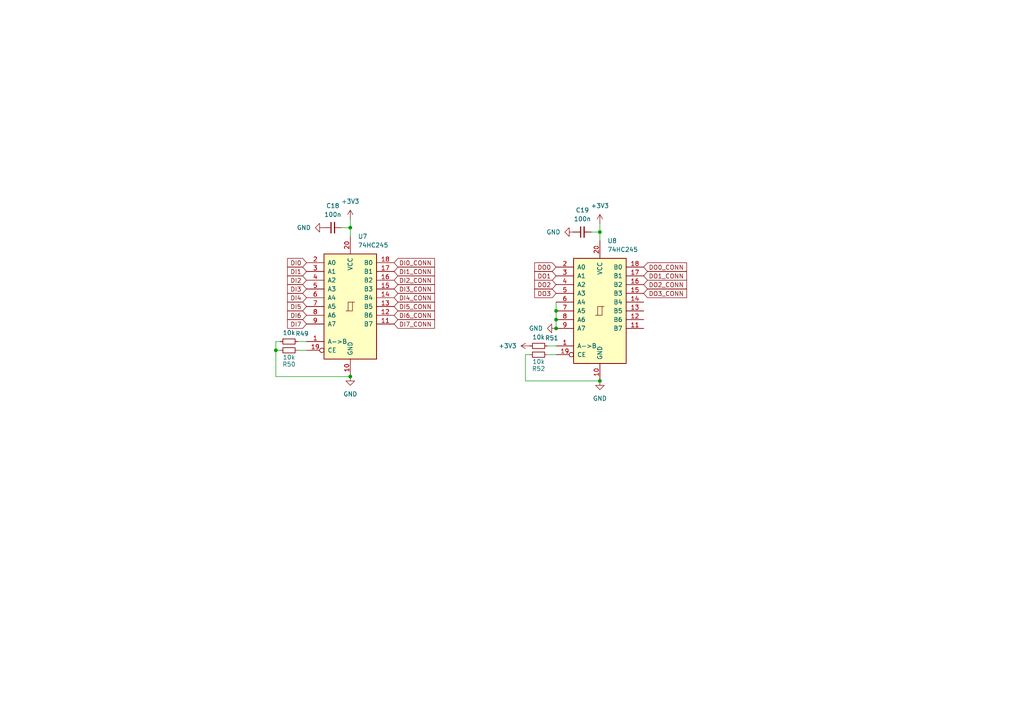
<source format=kicad_sch>
(kicad_sch (version 20231120) (generator "eeschema") (generator_version "8.0")
  (paper "A4")
  (lib_symbols
    (symbol "74xx:74HC245" (pin_names (offset 1.016))
      (property "Reference" "U" (at -7.62 16.51 0))
      (property "Value" "74HC245" (at -7.62 -16.51 0))
      (symbol "74HC245_1_0"
        (polyline (pts (xy -0.635 -1.27) (xy -0.635 1.27) (xy 0.635 1.27)))
        (polyline (pts (xy -1.27 -1.27) (xy 0.635 -1.27) (xy 0.635 1.27) (xy 1.27 1.27)))
        (pin input line (at -12.7 -10.16 0) (length 5.08) (name "A->B") (number "1"))
        (pin power_in line (at 0 -20.32 90) (length 5.08) (name "GND") (number "10"))
        (pin tri_state line (at 12.7 -5.08 180) (length 5.08) (name "B7") (number "11"))
        (pin tri_state line (at 12.7 -2.54 180) (length 5.08) (name "B6") (number "12"))
        (pin tri_state line (at 12.7 0 180) (length 5.08) (name "B5") (number "13"))
        (pin tri_state line (at 12.7 2.54 180) (length 5.08) (name "B4") (number "14"))
        (pin tri_state line (at 12.7 5.08 180) (length 5.08) (name "B3") (number "15"))
        (pin tri_state line (at 12.7 7.62 180) (length 5.08) (name "B2") (number "16"))
        (pin tri_state line (at 12.7 10.16 180) (length 5.08) (name "B1") (number "17"))
        (pin tri_state line (at 12.7 12.7 180) (length 5.08) (name "B0") (number "18"))
        (pin input inverted (at -12.7 -12.7 0) (length 5.08) (name "CE") (number "19"))
        (pin tri_state line (at -12.7 12.7 0) (length 5.08) (name "A0") (number "2"))
        (pin power_in line (at 0 20.32 270) (length 5.08) (name "VCC") (number "20"))
        (pin tri_state line (at -12.7 10.16 0) (length 5.08) (name "A1") (number "3"))
        (pin tri_state line (at -12.7 7.62 0) (length 5.08) (name "A2") (number "4"))
        (pin tri_state line (at -12.7 5.08 0) (length 5.08) (name "A3") (number "5"))
        (pin tri_state line (at -12.7 2.54 0) (length 5.08) (name "A4") (number "6"))
        (pin tri_state line (at -12.7 0 0) (length 5.08) (name "A5") (number "7"))
        (pin tri_state line (at -12.7 -2.54 0) (length 5.08) (name "A6") (number "8"))
        (pin tri_state line (at -12.7 -5.08 0) (length 5.08) (name "A7") (number "9"))
      )
      (symbol "74HC245_1_1"
        (rectangle (start -7.62 15.24) (end 7.62 -15.24) (stroke (width 0.254)) (fill (type background)))
      )
    )
    (symbol "Device:C_Small" (pin_numbers hide) (pin_names (offset 0.254) hide)
      (property "Reference" "C" (at 0.254 1.778 0))
      (property "Value" "C_Small" (at 0.254 -2.032 0))
      (symbol "C_Small_0_1"
        (polyline (pts (xy -1.524 -0.508) (xy 1.524 -0.508)) (stroke (width 0.3302)))
        (polyline (pts (xy -1.524 0.508) (xy 1.524 0.508)) (stroke (width 0.3048)))
      )
      (symbol "C_Small_1_1"
        (pin passive line (at 0 2.54 270) (length 2.032) (name "~") (number "1"))
        (pin passive line (at 0 -2.54 90) (length 2.032) (name "~") (number "2"))
      )
    )
    (symbol "Device:R_Small" (pin_numbers hide) (pin_names (offset 0.254) hide)
      (property "Reference" "R" (at 0.762 0.508 0))
      (property "Value" "R_Small" (at 0.762 -1.016 0))
      (symbol "R_Small_0_1"
        (rectangle (start -0.762 1.778) (end 0.762 -1.778) (stroke (width 0.2032)))
      )
      (symbol "R_Small_1_1"
        (pin passive line (at 0 2.54 270) (length 0.762) (name "~") (number "1"))
        (pin passive line (at 0 -2.54 90) (length 0.762) (name "~") (number "2"))
      )
    )
    (symbol "power:+3V3" (power) (pin_numbers hide) (pin_names (offset 0) hide)
      (property "Value" "+3V3" (at 0 3.556 0))
      (symbol "+3V3_0_1"
        (polyline (pts (xy -0.762 1.27) (xy 0 2.54)))
        (polyline (pts (xy 0 0) (xy 0 2.54)))
        (polyline (pts (xy 0 2.54) (xy 0.762 1.27)))
      )
      (symbol "+3V3_1_1"
        (pin power_in line (at 0 0 90) (length 0) (name "~") (number "1"))
      )
    )
    (symbol "power:GND" (power) (pin_numbers hide) (pin_names (offset 0) hide)
      (property "Value" "GND" (at 0 -3.81 0))
      (symbol "GND_0_1"
        (polyline (pts (xy 0 0) (xy 0 -1.27) (xy 1.27 -1.27) (xy 0 -2.54) (xy -1.27 -1.27) (xy 0 -1.27)))
      )
      (symbol "GND_1_1"
        (pin power_in line (at 0 0 270) (length 0) (name "~") (number "1"))
      )
    )
  )
  (junction (at 173.99 67.31))
  (junction (at 101.6 109.22))
  (junction (at 101.6 66.04))
  (junction (at 161.29 90.17))
  (junction (at 173.99 110.49))
  (junction (at 161.29 92.71))
  (junction (at 80.01 101.6))
  (junction (at 161.29 95.25))
  (wire (pts (xy 158.75 100.33) (xy 161.29 100.33)))
  (wire (pts (xy 86.36 99.06) (xy 88.9 99.06)))
  (wire (pts (xy 173.99 67.31) (xy 173.99 69.85)))
  (wire (pts (xy 152.4 102.87) (xy 153.67 102.87)))
  (wire (pts (xy 99.06 66.04) (xy 101.6 66.04)))
  (wire (pts (xy 152.4 110.49) (xy 173.99 110.49)))
  (wire (pts (xy 161.29 87.63) (xy 161.29 90.17)))
  (wire (pts (xy 86.36 101.6) (xy 88.9 101.6)))
  (wire (pts (xy 158.75 102.87) (xy 161.29 102.87)))
  (wire (pts (xy 152.4 102.87) (xy 152.4 110.49)))
  (wire (pts (xy 80.01 101.6) (xy 80.01 109.22)))
  (wire (pts (xy 80.01 99.06) (xy 80.01 101.6)))
  (wire (pts (xy 161.29 90.17) (xy 161.29 92.71)))
  (wire (pts (xy 81.28 99.06) (xy 80.01 99.06)))
  (wire (pts (xy 161.29 92.71) (xy 161.29 95.25)))
  (wire (pts (xy 173.99 64.77) (xy 173.99 67.31)))
  (wire (pts (xy 101.6 63.5) (xy 101.6 66.04)))
  (wire (pts (xy 171.45 67.31) (xy 173.99 67.31)))
  (wire (pts (xy 80.01 109.22) (xy 101.6 109.22)))
  (wire (pts (xy 80.01 101.6) (xy 81.28 101.6)))
  (wire (pts (xy 101.6 66.04) (xy 101.6 68.58)))
  (global_label "DI0_CONN" (shape input) (at 114.3 76.2 0) (property "Intersheetrefs" "${INTERSHEET_REFS}" (effects (hide yes))))
  (global_label "DI2" (shape input) (at 88.9 81.28 180) (property "Intersheetrefs" "${INTERSHEET_REFS}" (effects (hide yes))))
  (global_label "DO3" (shape input) (at 161.29 85.09 180) (property "Intersheetrefs" "${INTERSHEET_REFS}" (effects (hide yes))))
  (global_label "DI7" (shape input) (at 88.9 93.98 180) (property "Intersheetrefs" "${INTERSHEET_REFS}" (effects (hide yes))))
  (global_label "DO1_CONN" (shape input) (at 186.69 80.01 0) (property "Intersheetrefs" "${INTERSHEET_REFS}" (effects (hide yes))))
  (global_label "DI4" (shape input) (at 88.9 86.36 180) (property "Intersheetrefs" "${INTERSHEET_REFS}" (effects (hide yes))))
  (global_label "DI6" (shape input) (at 88.9 91.44 180) (property "Intersheetrefs" "${INTERSHEET_REFS}" (effects (hide yes))))
  (global_label "DI7_CONN" (shape input) (at 114.3 93.98 0) (property "Intersheetrefs" "${INTERSHEET_REFS}" (effects (hide yes))))
  (global_label "DI3_CONN" (shape input) (at 114.3 83.82 0) (property "Intersheetrefs" "${INTERSHEET_REFS}" (effects (hide yes))))
  (global_label "DI2_CONN" (shape input) (at 114.3 81.28 0) (property "Intersheetrefs" "${INTERSHEET_REFS}" (effects (hide yes))))
  (global_label "DI3" (shape input) (at 88.9 83.82 180) (property "Intersheetrefs" "${INTERSHEET_REFS}" (effects (hide yes))))
  (global_label "DO0" (shape input) (at 161.29 77.47 180) (property "Intersheetrefs" "${INTERSHEET_REFS}" (effects (hide yes))))
  (global_label "DI6_CONN" (shape input) (at 114.3 91.44 0) (property "Intersheetrefs" "${INTERSHEET_REFS}" (effects (hide yes))))
  (global_label "DO2_CONN" (shape input) (at 186.69 82.55 0) (property "Intersheetrefs" "${INTERSHEET_REFS}" (effects (hide yes))))
  (global_label "DO1" (shape input) (at 161.29 80.01 180) (property "Intersheetrefs" "${INTERSHEET_REFS}" (effects (hide yes))))
  (global_label "DI1_CONN" (shape input) (at 114.3 78.74 0) (property "Intersheetrefs" "${INTERSHEET_REFS}" (effects (hide yes))))
  (global_label "DO0_CONN" (shape input) (at 186.69 77.47 0) (property "Intersheetrefs" "${INTERSHEET_REFS}" (effects (hide yes))))
  (global_label "DO3_CONN" (shape input) (at 186.69 85.09 0) (property "Intersheetrefs" "${INTERSHEET_REFS}" (effects (hide yes))))
  (global_label "DI4_CONN" (shape input) (at 114.3 86.36 0) (property "Intersheetrefs" "${INTERSHEET_REFS}" (effects (hide yes))))
  (global_label "DI5" (shape input) (at 88.9 88.9 180) (property "Intersheetrefs" "${INTERSHEET_REFS}" (effects (hide yes))))
  (global_label "DO2" (shape input) (at 161.29 82.55 180) (property "Intersheetrefs" "${INTERSHEET_REFS}" (effects (hide yes))))
  (global_label "DI1" (shape input) (at 88.9 78.74 180) (property "Intersheetrefs" "${INTERSHEET_REFS}" (effects (hide yes))))
  (global_label "DI5_CONN" (shape input) (at 114.3 88.9 0) (property "Intersheetrefs" "${INTERSHEET_REFS}" (effects (hide yes))))
  (global_label "DI0" (shape input) (at 88.9 76.2 180) (property "Intersheetrefs" "${INTERSHEET_REFS}" (effects (hide yes))))
  (symbol (lib_id "Device:R_Small") (at 83.82 99.06 90) (unit 1)
    (property "Reference" "R49" (at 87.63 96.774 90))
    (property "Value" "10k" (at 83.82 96.52 90))
    (property "Footprint" "Resistor_SMD:R_0603_1608Metric" (effects (hide yes)))
    (property "Description" "Resistor, small symbol" (effects (hide yes)))
  )
  (symbol (lib_id "74xx:74HC245") (at 173.99 90.17 0) (unit 1)
    (property "Reference" "U8" (at 176.1841 69.85 0) (effects (justify left)))
    (property "Value" "74HC245" (at 176.1841 72.39 0) (effects (justify left)))
    (property "Footprint" "Package_SO:TSSOP-20_4.4x6.5mm_P0.65mm" (effects (hide yes)))
    (property "Datasheet" "http://www.ti.com/lit/gpn/sn74HC245" (effects (hide yes)))
    (property "Description" "Octal BUS Transceivers, 3-State outputs" (effects (hide yes)))
    (property "JLCPCB Part #" "C37101" (effects (hide yes)))
  )
  (symbol (lib_id "Device:R_Small") (at 156.21 100.33 90) (unit 1)
    (property "Reference" "R51" (at 160.02 98.044 90))
    (property "Value" "10k" (at 156.21 97.79 90))
    (property "Footprint" "Resistor_SMD:R_0603_1608Metric" (effects (hide yes)))
    (property "Description" "Resistor, small symbol" (effects (hide yes)))
  )
  (symbol (lib_id "74xx:74HC245") (at 101.6 88.9 0) (unit 1)
    (property "Reference" "U7" (at 103.7941 68.58 0) (effects (justify left)))
    (property "Value" "74HC245" (at 103.7941 71.12 0) (effects (justify left)))
    (property "Footprint" "Package_SO:TSSOP-20_4.4x6.5mm_P0.65mm" (effects (hide yes)))
    (property "Datasheet" "http://www.ti.com/lit/gpn/sn74HC245" (effects (hide yes)))
    (property "Description" "Octal BUS Transceivers, 3-State outputs" (effects (hide yes)))
    (property "JLCPCB Part #" "C37101" (effects (hide yes)))
  )
  (symbol (lib_id "Device:C_Small") (at 168.91 67.31 90) (unit 1)
    (property "Reference" "C19" (at 168.9163 60.96 90))
    (property "Value" "100n" (at 168.9163 63.5 90))
    (property "Footprint" "Capacitor_SMD:C_0603_1608Metric" (effects (hide yes)))
    (property "Description" "Unpolarized capacitor, small symbol" (effects (hide yes)))
  )
  (symbol (lib_id "power:GND") (at 166.37 67.31 270) (unit 1)
    (property "Reference" "#PWR053" (effects (hide yes)))
    (property "Value" "GND" (at 162.56 67.3099 90) (effects (justify right)))
    (property "Description" "Power symbol creates a global label with name \"GND\" , ground" (effects (hide yes)))
  )
  (symbol (lib_id "power:GND") (at 101.6 109.22 0) (unit 1)
    (property "Reference" "#PWR051" (effects (hide yes)))
    (property "Value" "GND" (at 101.6 114.3 0))
    (property "Description" "Power symbol creates a global label with name \"GND\" , ground" (effects (hide yes)))
  )
  (symbol (lib_id "Device:R_Small") (at 83.82 101.6 90) (unit 1)
    (property "Reference" "R50" (at 83.82 105.664 90))
    (property "Value" "10k" (at 83.82 103.632 90))
    (property "Footprint" "Resistor_SMD:R_0603_1608Metric" (effects (hide yes)))
    (property "Description" "Resistor, small symbol" (effects (hide yes)))
  )
  (symbol (lib_id "Device:R_Small") (at 156.21 102.87 90) (unit 1)
    (property "Reference" "R52" (at 156.21 106.934 90))
    (property "Value" "10k" (at 156.21 104.902 90))
    (property "Footprint" "Resistor_SMD:R_0603_1608Metric" (effects (hide yes)))
    (property "Description" "Resistor, small symbol" (effects (hide yes)))
  )
  (symbol (lib_id "power:+3V3") (at 153.67 100.33 90) (unit 1)
    (property "Reference" "#PWR056" (effects (hide yes)))
    (property "Value" "+3V3" (at 149.86 100.3299 90) (effects (justify left)))
    (property "Description" "Power symbol creates a global label with name \"+3V3\"" (effects (hide yes)))
  )
  (symbol (lib_id "power:GND") (at 93.98 66.04 270) (unit 1)
    (property "Reference" "#PWR050" (effects (hide yes)))
    (property "Value" "GND" (at 90.17 66.0399 90) (effects (justify right)))
    (property "Description" "Power symbol creates a global label with name \"GND\" , ground" (effects (hide yes)))
  )
  (symbol (lib_id "power:GND") (at 161.29 95.25 270) (unit 1)
    (property "Reference" "#PWR057" (effects (hide yes)))
    (property "Value" "GND" (at 157.48 95.2499 90) (effects (justify right)))
    (property "Description" "Power symbol creates a global label with name \"GND\" , ground" (effects (hide yes)))
  )
  (symbol (lib_id "power:+3V3") (at 173.99 64.77 0) (unit 1)
    (property "Reference" "#PWR054" (effects (hide yes)))
    (property "Value" "+3V3" (at 173.99 59.69 0))
    (property "Description" "Power symbol creates a global label with name \"+3V3\"" (effects (hide yes)))
  )
  (symbol (lib_id "Device:C_Small") (at 96.52 66.04 90) (unit 1)
    (property "Reference" "C18" (at 96.5263 59.69 90))
    (property "Value" "100n" (at 96.5263 62.23 90))
    (property "Footprint" "Capacitor_SMD:C_0603_1608Metric" (effects (hide yes)))
    (property "Description" "Unpolarized capacitor, small symbol" (effects (hide yes)))
  )
  (symbol (lib_id "power:+3V3") (at 101.6 63.5 0) (unit 1)
    (property "Reference" "#PWR049" (effects (hide yes)))
    (property "Value" "+3V3" (at 101.6 58.42 0))
    (property "Description" "Power symbol creates a global label with name \"+3V3\"" (effects (hide yes)))
  )
  (symbol (lib_id "power:GND") (at 173.99 110.49 0) (unit 1)
    (property "Reference" "#PWR055" (effects (hide yes)))
    (property "Value" "GND" (at 173.99 115.57 0))
    (property "Description" "Power symbol creates a global label with name \"GND\" , ground" (effects (hide yes)))
  )
)
</source>
